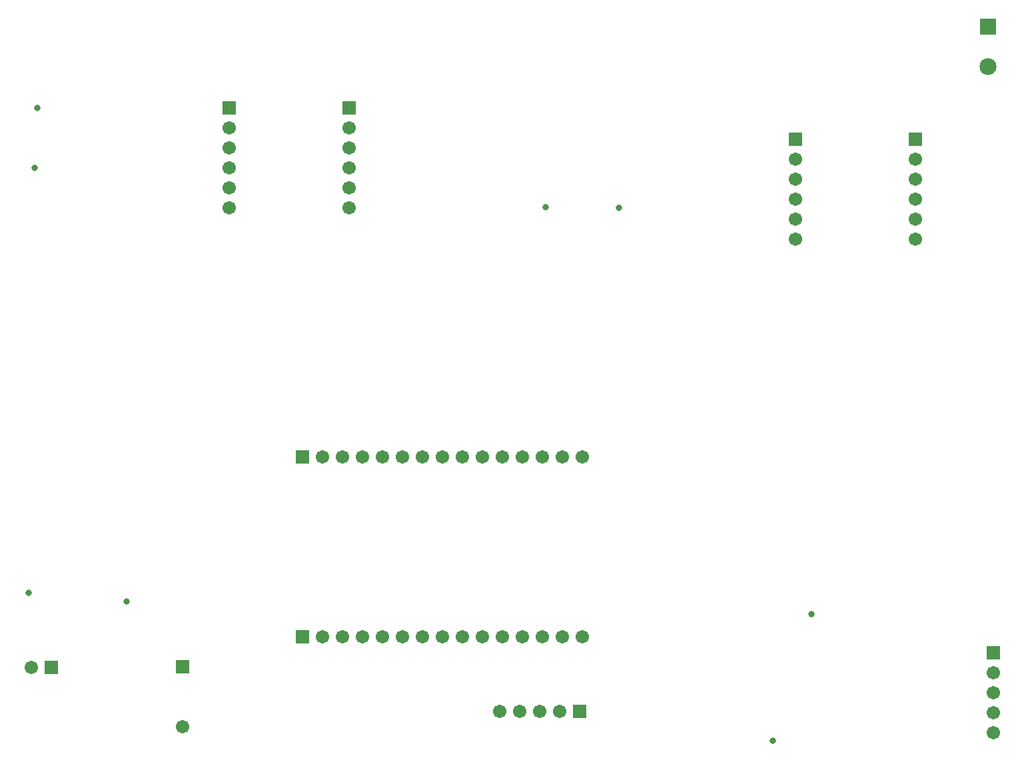
<source format=gbs>
G04*
G04 #@! TF.GenerationSoftware,Altium Limited,Altium Designer,22.8.2 (66)*
G04*
G04 Layer_Color=16711935*
%FSLAX44Y44*%
%MOMM*%
G71*
G04*
G04 #@! TF.SameCoordinates,59791082-BFED-418F-BB91-07DD3E29337C*
G04*
G04*
G04 #@! TF.FilePolarity,Negative*
G04*
G01*
G75*
%ADD32R,2.1532X2.1532*%
%ADD33C,2.1532*%
%ADD34C,1.7032*%
%ADD35R,1.7032X1.7032*%
%ADD36R,1.7032X1.7032*%
%ADD37C,0.8032*%
D32*
X1283000Y956400D02*
D03*
D33*
Y905600D02*
D03*
D34*
X662800Y86000D02*
D03*
X688200D02*
D03*
X713600D02*
D03*
X739000D02*
D03*
X1290000Y59200D02*
D03*
Y84600D02*
D03*
Y110000D02*
D03*
Y135400D02*
D03*
X437600Y409300D02*
D03*
X463000D02*
D03*
X564600D02*
D03*
X513800D02*
D03*
X488400D02*
D03*
X590000D02*
D03*
X767800D02*
D03*
X742400D02*
D03*
X717000D02*
D03*
X691600D02*
D03*
X666200D02*
D03*
X640800D02*
D03*
X615400D02*
D03*
X539200D02*
D03*
X742400Y180700D02*
D03*
X666200D02*
D03*
X640800D02*
D03*
X615400D02*
D03*
X590000D02*
D03*
X564600D02*
D03*
X539200D02*
D03*
X513800D02*
D03*
X488400D02*
D03*
X463000D02*
D03*
X437600D02*
D03*
X767800D02*
D03*
X717000D02*
D03*
X691600D02*
D03*
X471200Y751900D02*
D03*
Y726500D02*
D03*
Y777300D02*
D03*
Y828100D02*
D03*
Y802700D02*
D03*
X318800Y828100D02*
D03*
Y802700D02*
D03*
Y726500D02*
D03*
Y751900D02*
D03*
Y777300D02*
D03*
X1191200Y711900D02*
D03*
Y686500D02*
D03*
Y737300D02*
D03*
Y788100D02*
D03*
Y762700D02*
D03*
X1038800Y788100D02*
D03*
Y762700D02*
D03*
Y686500D02*
D03*
Y711900D02*
D03*
Y737300D02*
D03*
X260000Y66900D02*
D03*
X67300Y142000D02*
D03*
D35*
X764400Y86000D02*
D03*
X412200Y180700D02*
D03*
X412200Y409300D02*
D03*
X318800Y853500D02*
D03*
X471200D02*
D03*
X1038800Y813500D02*
D03*
X1191200D02*
D03*
X260000Y143100D02*
D03*
X92700Y142000D02*
D03*
D36*
X1290000Y160800D02*
D03*
D37*
X814000Y726000D02*
D03*
X1058950Y209950D02*
D03*
X1009900Y48900D02*
D03*
X721000Y727000D02*
D03*
X72050Y777300D02*
D03*
X74930Y853500D02*
D03*
X64000Y237000D02*
D03*
X189000Y226000D02*
D03*
M02*

</source>
